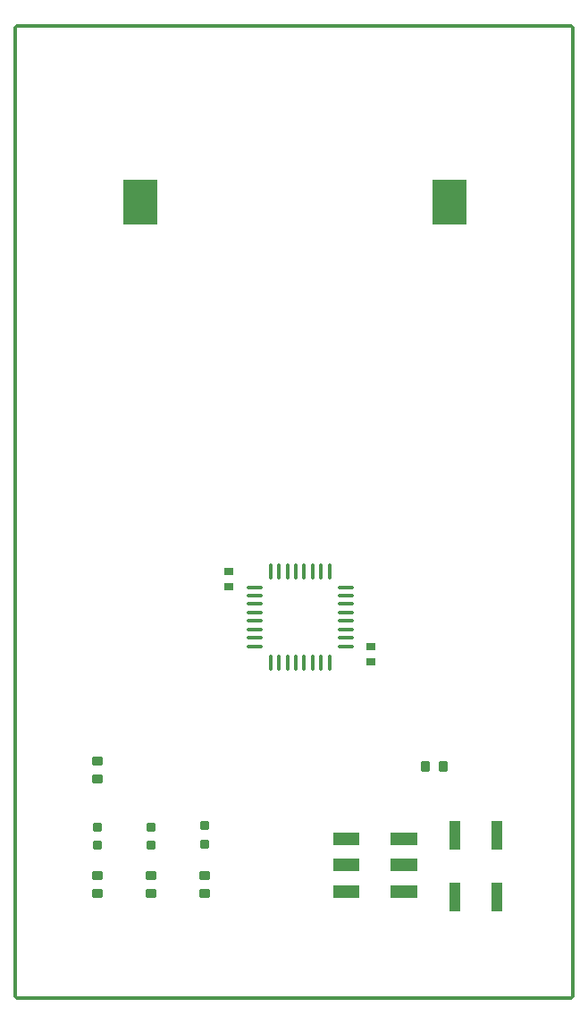
<source format=gtp>
G04*
G04 #@! TF.GenerationSoftware,Altium Limited,Altium Designer,18.1.7 (191)*
G04*
G04 Layer_Color=8421504*
%FSLAX25Y25*%
%MOIN*%
G70*
G01*
G75*
%ADD21C,0.01200*%
G04:AMPARAMS|DCode=22|XSize=39.37mil|YSize=35.43mil|CornerRadius=4.43mil|HoleSize=0mil|Usage=FLASHONLY|Rotation=270.000|XOffset=0mil|YOffset=0mil|HoleType=Round|Shape=RoundedRectangle|*
%AMROUNDEDRECTD22*
21,1,0.03937,0.02657,0,0,270.0*
21,1,0.03051,0.03543,0,0,270.0*
1,1,0.00886,-0.01329,-0.01526*
1,1,0.00886,-0.01329,0.01526*
1,1,0.00886,0.01329,0.01526*
1,1,0.00886,0.01329,-0.01526*
%
%ADD22ROUNDEDRECTD22*%
%ADD23R,0.12598X0.16535*%
%ADD24O,0.01662X0.05796*%
%ADD25O,0.05796X0.01662*%
%ADD26R,0.03740X0.02953*%
%ADD27R,0.03937X0.11024*%
G04:AMPARAMS|DCode=28|XSize=39.37mil|YSize=35.43mil|CornerRadius=4.43mil|HoleSize=0mil|Usage=FLASHONLY|Rotation=0.000|XOffset=0mil|YOffset=0mil|HoleType=Round|Shape=RoundedRectangle|*
%AMROUNDEDRECTD28*
21,1,0.03937,0.02657,0,0,0.0*
21,1,0.03051,0.03543,0,0,0.0*
1,1,0.00886,0.01526,-0.01329*
1,1,0.00886,-0.01526,-0.01329*
1,1,0.00886,-0.01526,0.01329*
1,1,0.00886,0.01526,0.01329*
%
%ADD28ROUNDEDRECTD28*%
G04:AMPARAMS|DCode=29|XSize=31.5mil|YSize=31.5mil|CornerRadius=3.94mil|HoleSize=0mil|Usage=FLASHONLY|Rotation=270.000|XOffset=0mil|YOffset=0mil|HoleType=Round|Shape=RoundedRectangle|*
%AMROUNDEDRECTD29*
21,1,0.03150,0.02362,0,0,270.0*
21,1,0.02362,0.03150,0,0,270.0*
1,1,0.00787,-0.01181,-0.01181*
1,1,0.00787,-0.01181,0.01181*
1,1,0.00787,0.01181,0.01181*
1,1,0.00787,0.01181,-0.01181*
%
%ADD29ROUNDEDRECTD29*%
G36*
X227594Y136795D02*
Y141520D01*
X217752D01*
Y136795D01*
X227594D01*
D02*
G37*
G36*
Y146638D02*
Y151362D01*
X217752D01*
Y146638D01*
X227594D01*
D02*
G37*
G36*
Y156480D02*
Y161205D01*
X217752D01*
Y156480D01*
X227594D01*
D02*
G37*
G36*
X249248Y136795D02*
Y141520D01*
X239405D01*
Y136795D01*
X249248D01*
D02*
G37*
G36*
Y146638D02*
Y151362D01*
X239405D01*
Y146638D01*
X249248D01*
D02*
G37*
G36*
Y156480D02*
Y161205D01*
X239405D01*
Y156480D01*
X249248D01*
D02*
G37*
D21*
X100000Y461600D02*
G03*
X99400Y461000I0J-600D01*
G01*
X100000Y461600D02*
G03*
X99400Y461000I0J-600D01*
G01*
X307100D02*
G03*
X306500Y461600I-600J0D01*
G01*
X307100Y461000D02*
G03*
X306500Y461600I-600J0D01*
G01*
Y99400D02*
G03*
X307100Y100000I0J600D01*
G01*
X306500Y99400D02*
G03*
X307100Y100000I0J600D01*
G01*
X99400D02*
G03*
X100000Y99400I600J0D01*
G01*
X99400Y100000D02*
G03*
X100000Y99400I600J0D01*
G01*
X307100Y100000D02*
Y461000D01*
X100000Y461600D02*
X306500D01*
X100000Y99400D02*
X306500D01*
X99400Y100000D02*
Y461000D01*
D22*
X252165Y185827D02*
D03*
X258858D02*
D03*
D23*
X145823Y396000D02*
D03*
X261177D02*
D03*
D24*
X216524Y224472D02*
D03*
X213374D02*
D03*
X210224D02*
D03*
X207075D02*
D03*
X203925D02*
D03*
X200776D02*
D03*
X197626D02*
D03*
X194476D02*
D03*
Y258528D02*
D03*
X197626D02*
D03*
X200776D02*
D03*
X203925D02*
D03*
X207075D02*
D03*
X210224D02*
D03*
X213374D02*
D03*
X216524D02*
D03*
D25*
X188472Y230476D02*
D03*
Y233626D02*
D03*
Y236776D02*
D03*
Y239925D02*
D03*
Y243075D02*
D03*
Y246224D02*
D03*
Y249374D02*
D03*
Y252524D02*
D03*
X222528D02*
D03*
Y249374D02*
D03*
Y246224D02*
D03*
Y243075D02*
D03*
Y239925D02*
D03*
Y236776D02*
D03*
Y233626D02*
D03*
Y230476D02*
D03*
D26*
X179000Y258256D02*
D03*
Y252744D02*
D03*
X232000Y224744D02*
D03*
Y230256D02*
D03*
D27*
X263126Y159917D02*
D03*
Y137083D02*
D03*
X278874D02*
D03*
Y159917D02*
D03*
D28*
X130000Y138516D02*
D03*
Y145209D02*
D03*
X150000Y138516D02*
D03*
Y145209D02*
D03*
X170000Y138516D02*
D03*
Y145209D02*
D03*
X130000Y181154D02*
D03*
Y187847D02*
D03*
D29*
X150000Y156362D02*
D03*
Y163055D02*
D03*
X130000Y163209D02*
D03*
Y156516D02*
D03*
X170000Y163555D02*
D03*
Y156862D02*
D03*
M02*

</source>
